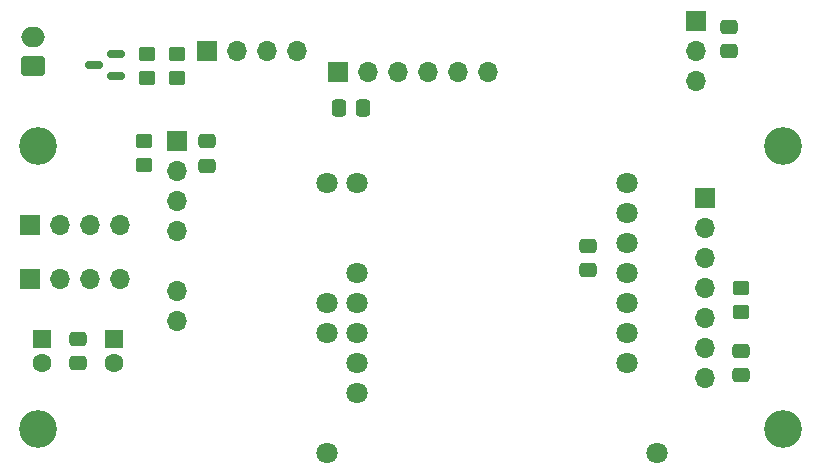
<source format=gbr>
%TF.GenerationSoftware,KiCad,Pcbnew,8.0.4*%
%TF.CreationDate,2025-06-13T09:49:43+02:00*%
%TF.ProjectId,LeoIoT_Goalfinder,4c656f49-6f54-45f4-976f-616c66696e64,01.04 SMD*%
%TF.SameCoordinates,Original*%
%TF.FileFunction,Soldermask,Bot*%
%TF.FilePolarity,Negative*%
%FSLAX46Y46*%
G04 Gerber Fmt 4.6, Leading zero omitted, Abs format (unit mm)*
G04 Created by KiCad (PCBNEW 8.0.4) date 2025-06-13 09:49:43*
%MOMM*%
%LPD*%
G01*
G04 APERTURE LIST*
G04 Aperture macros list*
%AMRoundRect*
0 Rectangle with rounded corners*
0 $1 Rounding radius*
0 $2 $3 $4 $5 $6 $7 $8 $9 X,Y pos of 4 corners*
0 Add a 4 corners polygon primitive as box body*
4,1,4,$2,$3,$4,$5,$6,$7,$8,$9,$2,$3,0*
0 Add four circle primitives for the rounded corners*
1,1,$1+$1,$2,$3*
1,1,$1+$1,$4,$5*
1,1,$1+$1,$6,$7*
1,1,$1+$1,$8,$9*
0 Add four rect primitives between the rounded corners*
20,1,$1+$1,$2,$3,$4,$5,0*
20,1,$1+$1,$4,$5,$6,$7,0*
20,1,$1+$1,$6,$7,$8,$9,0*
20,1,$1+$1,$8,$9,$2,$3,0*%
G04 Aperture macros list end*
%ADD10C,3.200000*%
%ADD11R,1.700000X1.700000*%
%ADD12O,1.700000X1.700000*%
%ADD13C,1.800000*%
%ADD14C,0.600000*%
%ADD15RoundRect,0.250000X0.750000X-0.600000X0.750000X0.600000X-0.750000X0.600000X-0.750000X-0.600000X0*%
%ADD16O,2.000000X1.700000*%
%ADD17R,1.600000X1.600000*%
%ADD18C,1.600000*%
%ADD19RoundRect,0.250000X-0.475000X0.337500X-0.475000X-0.337500X0.475000X-0.337500X0.475000X0.337500X0*%
%ADD20RoundRect,0.250000X-0.337500X-0.475000X0.337500X-0.475000X0.337500X0.475000X-0.337500X0.475000X0*%
%ADD21RoundRect,0.250000X0.450000X-0.350000X0.450000X0.350000X-0.450000X0.350000X-0.450000X-0.350000X0*%
%ADD22RoundRect,0.150000X0.587500X0.150000X-0.587500X0.150000X-0.587500X-0.150000X0.587500X-0.150000X0*%
%ADD23RoundRect,0.250000X-0.450000X0.350000X-0.450000X-0.350000X0.450000X-0.350000X0.450000X0.350000X0*%
%ADD24RoundRect,0.250000X0.475000X-0.337500X0.475000X0.337500X-0.475000X0.337500X-0.475000X-0.337500X0*%
G04 APERTURE END LIST*
D10*
%TO.C,MH4*%
X118437500Y-102015000D03*
%TD*%
D11*
%TO.C,U2*%
X143789500Y-71785000D03*
D12*
X146329500Y-71785000D03*
X148869500Y-71785000D03*
X151409500Y-71785000D03*
X153949500Y-71785000D03*
X156489500Y-71785000D03*
%TD*%
D13*
%TO.C,U1*%
X170817500Y-104043000D03*
X168277500Y-96423000D03*
X168277500Y-93883000D03*
X168277500Y-91343000D03*
X168277500Y-88803000D03*
X168277500Y-86263000D03*
X168277500Y-83723000D03*
X168277500Y-81183000D03*
X142877500Y-104043000D03*
X145417500Y-98963000D03*
X145417500Y-96423000D03*
X145417500Y-93883000D03*
X142877500Y-93883000D03*
X145417500Y-91343000D03*
X142877500Y-91343000D03*
X145417500Y-88803000D03*
X145417500Y-81183000D03*
X142877500Y-81183000D03*
%TD*%
D10*
%TO.C,MH3*%
X181437500Y-102015000D03*
%TD*%
%TO.C,MH2*%
X181437500Y-78015000D03*
%TD*%
%TO.C,MH1*%
X118437500Y-78015000D03*
%TD*%
D14*
%TO.C,LS1*%
X181437500Y-102000000D03*
X181437500Y-78000000D03*
X118437500Y-102000000D03*
X118437500Y-78000000D03*
%TD*%
D11*
%TO.C,U3*%
X174881500Y-82453000D03*
D12*
X174881500Y-84993000D03*
X174881500Y-87533000D03*
X174881500Y-90073000D03*
X174881500Y-92613000D03*
X174881500Y-95153000D03*
X174881500Y-97693000D03*
%TD*%
D11*
%TO.C,U5*%
X130177500Y-77627000D03*
D12*
X130177500Y-80167000D03*
X130177500Y-82707000D03*
X130177500Y-85247000D03*
X130177500Y-90327000D03*
X130177500Y-92867000D03*
%TD*%
D11*
%TO.C,J2*%
X117731500Y-84760500D03*
D12*
X120271500Y-84760500D03*
X122811500Y-84760500D03*
X125351500Y-84760500D03*
%TD*%
D15*
%TO.C,J4*%
X117985500Y-71277000D03*
D16*
X117985500Y-68777000D03*
%TD*%
D11*
%TO.C,J1*%
X117731500Y-89332500D03*
D12*
X120271500Y-89332500D03*
X122811500Y-89332500D03*
X125351500Y-89332500D03*
%TD*%
D11*
%TO.C,J6*%
X132717500Y-70007000D03*
D12*
X135257500Y-70007000D03*
X137797500Y-70007000D03*
X140337500Y-70007000D03*
%TD*%
D17*
%TO.C,C1*%
X124843500Y-94391000D03*
D18*
X124843500Y-96391000D03*
%TD*%
D17*
%TO.C,C2*%
X118747500Y-94391000D03*
D18*
X118747500Y-96391000D03*
%TD*%
D11*
%TO.C,J5*%
X174119500Y-67467000D03*
D12*
X174119500Y-70007000D03*
X174119500Y-72547000D03*
%TD*%
D19*
%TO.C,C9*%
X132717500Y-77627000D03*
X132717500Y-79702000D03*
%TD*%
D20*
%TO.C,C6*%
X143872000Y-74833000D03*
X145947000Y-74833000D03*
%TD*%
D19*
%TO.C,C3*%
X121795500Y-94369500D03*
X121795500Y-96444500D03*
%TD*%
D21*
%TO.C,R2*%
X177929500Y-92105000D03*
X177929500Y-90105000D03*
%TD*%
%TO.C,R4*%
X130177500Y-72277000D03*
X130177500Y-70277000D03*
%TD*%
D22*
%TO.C,Q1*%
X125019000Y-70245000D03*
X125019000Y-72145000D03*
X123144000Y-71195000D03*
%TD*%
D23*
%TO.C,R5*%
X127637500Y-70261000D03*
X127637500Y-72261000D03*
%TD*%
%TO.C,R3*%
X127383500Y-77659000D03*
X127383500Y-79659000D03*
%TD*%
D19*
%TO.C,C8*%
X164975500Y-86474000D03*
X164975500Y-88549000D03*
%TD*%
%TO.C,C5*%
X176913500Y-67953500D03*
X176913500Y-70028500D03*
%TD*%
D24*
%TO.C,C4*%
X177929500Y-97460500D03*
X177929500Y-95385500D03*
%TD*%
M02*

</source>
